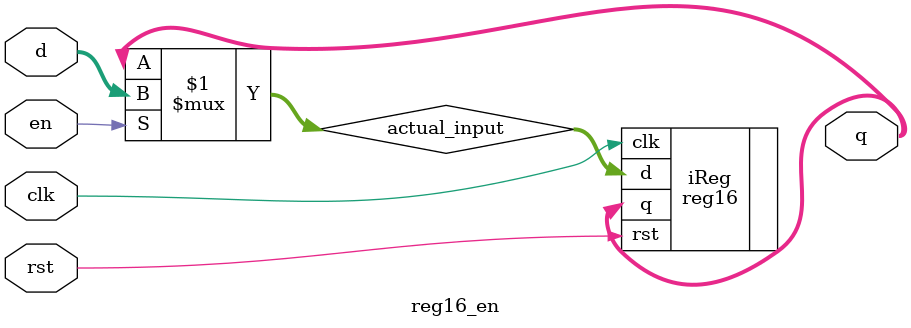
<source format=v>
module reg16_en(q,d,clk,rst,en);
   input[15:0] d;
   input clk,rst,en;
   output[15:0] q;
   
   wire[15:0] actual_input;
   assign actual_input = en?d:q;
   
   reg16 iReg(.q(q), .d(actual_input), .clk(clk), .rst(rst));
endmodule
</source>
